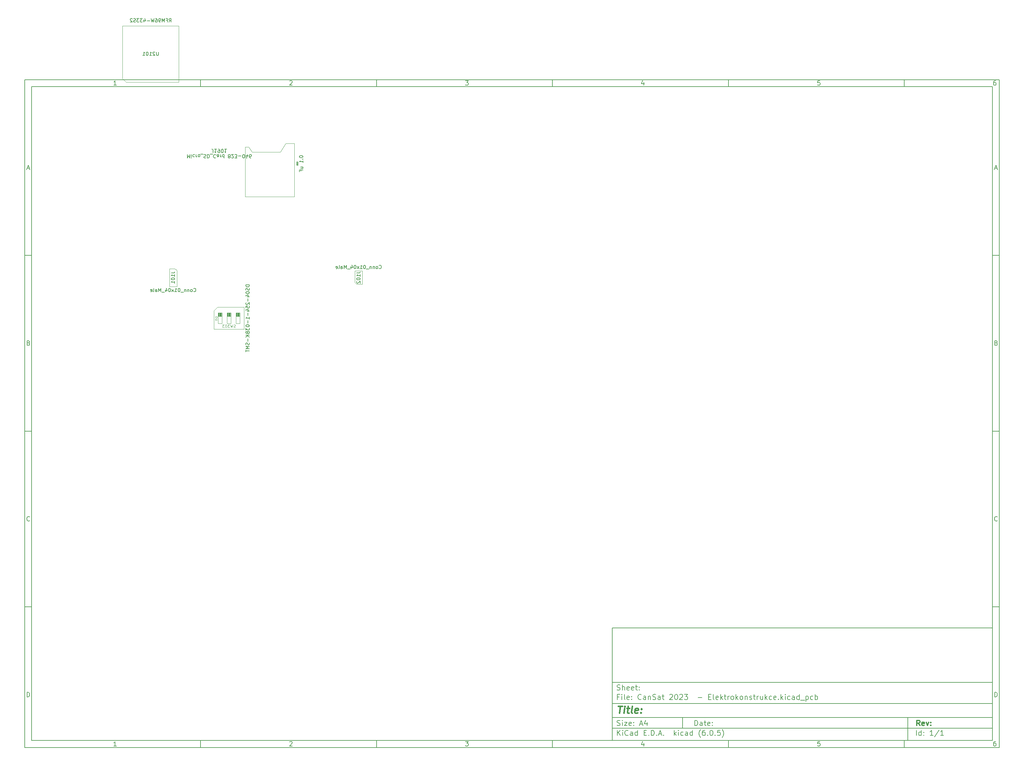
<source format=gbr>
%TF.GenerationSoftware,KiCad,Pcbnew,(6.0.5)*%
%TF.CreationDate,2022-11-07T11:26:13+01:00*%
%TF.ProjectId,CanSat 2023  - Elektrokonstrukce,43616e53-6174-4203-9230-323320202d20,rev?*%
%TF.SameCoordinates,Original*%
%TF.FileFunction,AssemblyDrawing,Bot*%
%FSLAX46Y46*%
G04 Gerber Fmt 4.6, Leading zero omitted, Abs format (unit mm)*
G04 Created by KiCad (PCBNEW (6.0.5)) date 2022-11-07 11:26:13*
%MOMM*%
%LPD*%
G01*
G04 APERTURE LIST*
%ADD10C,0.100000*%
%ADD11C,0.150000*%
%ADD12C,0.300000*%
%ADD13C,0.400000*%
%ADD14C,0.040000*%
%ADD15C,0.120000*%
G04 APERTURE END LIST*
D10*
D11*
X177002200Y-166007200D02*
X177002200Y-198007200D01*
X285002200Y-198007200D01*
X285002200Y-166007200D01*
X177002200Y-166007200D01*
D10*
D11*
X10000000Y-10000000D02*
X10000000Y-200007200D01*
X287002200Y-200007200D01*
X287002200Y-10000000D01*
X10000000Y-10000000D01*
D10*
D11*
X12000000Y-12000000D02*
X12000000Y-198007200D01*
X285002200Y-198007200D01*
X285002200Y-12000000D01*
X12000000Y-12000000D01*
D10*
D11*
X60000000Y-12000000D02*
X60000000Y-10000000D01*
D10*
D11*
X110000000Y-12000000D02*
X110000000Y-10000000D01*
D10*
D11*
X160000000Y-12000000D02*
X160000000Y-10000000D01*
D10*
D11*
X210000000Y-12000000D02*
X210000000Y-10000000D01*
D10*
D11*
X260000000Y-12000000D02*
X260000000Y-10000000D01*
D10*
D11*
X36065476Y-11588095D02*
X35322619Y-11588095D01*
X35694047Y-11588095D02*
X35694047Y-10288095D01*
X35570238Y-10473809D01*
X35446428Y-10597619D01*
X35322619Y-10659523D01*
D10*
D11*
X85322619Y-10411904D02*
X85384523Y-10350000D01*
X85508333Y-10288095D01*
X85817857Y-10288095D01*
X85941666Y-10350000D01*
X86003571Y-10411904D01*
X86065476Y-10535714D01*
X86065476Y-10659523D01*
X86003571Y-10845238D01*
X85260714Y-11588095D01*
X86065476Y-11588095D01*
D10*
D11*
X135260714Y-10288095D02*
X136065476Y-10288095D01*
X135632142Y-10783333D01*
X135817857Y-10783333D01*
X135941666Y-10845238D01*
X136003571Y-10907142D01*
X136065476Y-11030952D01*
X136065476Y-11340476D01*
X136003571Y-11464285D01*
X135941666Y-11526190D01*
X135817857Y-11588095D01*
X135446428Y-11588095D01*
X135322619Y-11526190D01*
X135260714Y-11464285D01*
D10*
D11*
X185941666Y-10721428D02*
X185941666Y-11588095D01*
X185632142Y-10226190D02*
X185322619Y-11154761D01*
X186127380Y-11154761D01*
D10*
D11*
X236003571Y-10288095D02*
X235384523Y-10288095D01*
X235322619Y-10907142D01*
X235384523Y-10845238D01*
X235508333Y-10783333D01*
X235817857Y-10783333D01*
X235941666Y-10845238D01*
X236003571Y-10907142D01*
X236065476Y-11030952D01*
X236065476Y-11340476D01*
X236003571Y-11464285D01*
X235941666Y-11526190D01*
X235817857Y-11588095D01*
X235508333Y-11588095D01*
X235384523Y-11526190D01*
X235322619Y-11464285D01*
D10*
D11*
X285941666Y-10288095D02*
X285694047Y-10288095D01*
X285570238Y-10350000D01*
X285508333Y-10411904D01*
X285384523Y-10597619D01*
X285322619Y-10845238D01*
X285322619Y-11340476D01*
X285384523Y-11464285D01*
X285446428Y-11526190D01*
X285570238Y-11588095D01*
X285817857Y-11588095D01*
X285941666Y-11526190D01*
X286003571Y-11464285D01*
X286065476Y-11340476D01*
X286065476Y-11030952D01*
X286003571Y-10907142D01*
X285941666Y-10845238D01*
X285817857Y-10783333D01*
X285570238Y-10783333D01*
X285446428Y-10845238D01*
X285384523Y-10907142D01*
X285322619Y-11030952D01*
D10*
D11*
X60000000Y-198007200D02*
X60000000Y-200007200D01*
D10*
D11*
X110000000Y-198007200D02*
X110000000Y-200007200D01*
D10*
D11*
X160000000Y-198007200D02*
X160000000Y-200007200D01*
D10*
D11*
X210000000Y-198007200D02*
X210000000Y-200007200D01*
D10*
D11*
X260000000Y-198007200D02*
X260000000Y-200007200D01*
D10*
D11*
X36065476Y-199595295D02*
X35322619Y-199595295D01*
X35694047Y-199595295D02*
X35694047Y-198295295D01*
X35570238Y-198481009D01*
X35446428Y-198604819D01*
X35322619Y-198666723D01*
D10*
D11*
X85322619Y-198419104D02*
X85384523Y-198357200D01*
X85508333Y-198295295D01*
X85817857Y-198295295D01*
X85941666Y-198357200D01*
X86003571Y-198419104D01*
X86065476Y-198542914D01*
X86065476Y-198666723D01*
X86003571Y-198852438D01*
X85260714Y-199595295D01*
X86065476Y-199595295D01*
D10*
D11*
X135260714Y-198295295D02*
X136065476Y-198295295D01*
X135632142Y-198790533D01*
X135817857Y-198790533D01*
X135941666Y-198852438D01*
X136003571Y-198914342D01*
X136065476Y-199038152D01*
X136065476Y-199347676D01*
X136003571Y-199471485D01*
X135941666Y-199533390D01*
X135817857Y-199595295D01*
X135446428Y-199595295D01*
X135322619Y-199533390D01*
X135260714Y-199471485D01*
D10*
D11*
X185941666Y-198728628D02*
X185941666Y-199595295D01*
X185632142Y-198233390D02*
X185322619Y-199161961D01*
X186127380Y-199161961D01*
D10*
D11*
X236003571Y-198295295D02*
X235384523Y-198295295D01*
X235322619Y-198914342D01*
X235384523Y-198852438D01*
X235508333Y-198790533D01*
X235817857Y-198790533D01*
X235941666Y-198852438D01*
X236003571Y-198914342D01*
X236065476Y-199038152D01*
X236065476Y-199347676D01*
X236003571Y-199471485D01*
X235941666Y-199533390D01*
X235817857Y-199595295D01*
X235508333Y-199595295D01*
X235384523Y-199533390D01*
X235322619Y-199471485D01*
D10*
D11*
X285941666Y-198295295D02*
X285694047Y-198295295D01*
X285570238Y-198357200D01*
X285508333Y-198419104D01*
X285384523Y-198604819D01*
X285322619Y-198852438D01*
X285322619Y-199347676D01*
X285384523Y-199471485D01*
X285446428Y-199533390D01*
X285570238Y-199595295D01*
X285817857Y-199595295D01*
X285941666Y-199533390D01*
X286003571Y-199471485D01*
X286065476Y-199347676D01*
X286065476Y-199038152D01*
X286003571Y-198914342D01*
X285941666Y-198852438D01*
X285817857Y-198790533D01*
X285570238Y-198790533D01*
X285446428Y-198852438D01*
X285384523Y-198914342D01*
X285322619Y-199038152D01*
D10*
D11*
X10000000Y-60000000D02*
X12000000Y-60000000D01*
D10*
D11*
X10000000Y-110000000D02*
X12000000Y-110000000D01*
D10*
D11*
X10000000Y-160000000D02*
X12000000Y-160000000D01*
D10*
D11*
X10690476Y-35216666D02*
X11309523Y-35216666D01*
X10566666Y-35588095D02*
X11000000Y-34288095D01*
X11433333Y-35588095D01*
D10*
D11*
X11092857Y-84907142D02*
X11278571Y-84969047D01*
X11340476Y-85030952D01*
X11402380Y-85154761D01*
X11402380Y-85340476D01*
X11340476Y-85464285D01*
X11278571Y-85526190D01*
X11154761Y-85588095D01*
X10659523Y-85588095D01*
X10659523Y-84288095D01*
X11092857Y-84288095D01*
X11216666Y-84350000D01*
X11278571Y-84411904D01*
X11340476Y-84535714D01*
X11340476Y-84659523D01*
X11278571Y-84783333D01*
X11216666Y-84845238D01*
X11092857Y-84907142D01*
X10659523Y-84907142D01*
D10*
D11*
X11402380Y-135464285D02*
X11340476Y-135526190D01*
X11154761Y-135588095D01*
X11030952Y-135588095D01*
X10845238Y-135526190D01*
X10721428Y-135402380D01*
X10659523Y-135278571D01*
X10597619Y-135030952D01*
X10597619Y-134845238D01*
X10659523Y-134597619D01*
X10721428Y-134473809D01*
X10845238Y-134350000D01*
X11030952Y-134288095D01*
X11154761Y-134288095D01*
X11340476Y-134350000D01*
X11402380Y-134411904D01*
D10*
D11*
X10659523Y-185588095D02*
X10659523Y-184288095D01*
X10969047Y-184288095D01*
X11154761Y-184350000D01*
X11278571Y-184473809D01*
X11340476Y-184597619D01*
X11402380Y-184845238D01*
X11402380Y-185030952D01*
X11340476Y-185278571D01*
X11278571Y-185402380D01*
X11154761Y-185526190D01*
X10969047Y-185588095D01*
X10659523Y-185588095D01*
D10*
D11*
X287002200Y-60000000D02*
X285002200Y-60000000D01*
D10*
D11*
X287002200Y-110000000D02*
X285002200Y-110000000D01*
D10*
D11*
X287002200Y-160000000D02*
X285002200Y-160000000D01*
D10*
D11*
X285692676Y-35216666D02*
X286311723Y-35216666D01*
X285568866Y-35588095D02*
X286002200Y-34288095D01*
X286435533Y-35588095D01*
D10*
D11*
X286095057Y-84907142D02*
X286280771Y-84969047D01*
X286342676Y-85030952D01*
X286404580Y-85154761D01*
X286404580Y-85340476D01*
X286342676Y-85464285D01*
X286280771Y-85526190D01*
X286156961Y-85588095D01*
X285661723Y-85588095D01*
X285661723Y-84288095D01*
X286095057Y-84288095D01*
X286218866Y-84350000D01*
X286280771Y-84411904D01*
X286342676Y-84535714D01*
X286342676Y-84659523D01*
X286280771Y-84783333D01*
X286218866Y-84845238D01*
X286095057Y-84907142D01*
X285661723Y-84907142D01*
D10*
D11*
X286404580Y-135464285D02*
X286342676Y-135526190D01*
X286156961Y-135588095D01*
X286033152Y-135588095D01*
X285847438Y-135526190D01*
X285723628Y-135402380D01*
X285661723Y-135278571D01*
X285599819Y-135030952D01*
X285599819Y-134845238D01*
X285661723Y-134597619D01*
X285723628Y-134473809D01*
X285847438Y-134350000D01*
X286033152Y-134288095D01*
X286156961Y-134288095D01*
X286342676Y-134350000D01*
X286404580Y-134411904D01*
D10*
D11*
X285661723Y-185588095D02*
X285661723Y-184288095D01*
X285971247Y-184288095D01*
X286156961Y-184350000D01*
X286280771Y-184473809D01*
X286342676Y-184597619D01*
X286404580Y-184845238D01*
X286404580Y-185030952D01*
X286342676Y-185278571D01*
X286280771Y-185402380D01*
X286156961Y-185526190D01*
X285971247Y-185588095D01*
X285661723Y-185588095D01*
D10*
D11*
X200434342Y-193785771D02*
X200434342Y-192285771D01*
X200791485Y-192285771D01*
X201005771Y-192357200D01*
X201148628Y-192500057D01*
X201220057Y-192642914D01*
X201291485Y-192928628D01*
X201291485Y-193142914D01*
X201220057Y-193428628D01*
X201148628Y-193571485D01*
X201005771Y-193714342D01*
X200791485Y-193785771D01*
X200434342Y-193785771D01*
X202577200Y-193785771D02*
X202577200Y-193000057D01*
X202505771Y-192857200D01*
X202362914Y-192785771D01*
X202077200Y-192785771D01*
X201934342Y-192857200D01*
X202577200Y-193714342D02*
X202434342Y-193785771D01*
X202077200Y-193785771D01*
X201934342Y-193714342D01*
X201862914Y-193571485D01*
X201862914Y-193428628D01*
X201934342Y-193285771D01*
X202077200Y-193214342D01*
X202434342Y-193214342D01*
X202577200Y-193142914D01*
X203077200Y-192785771D02*
X203648628Y-192785771D01*
X203291485Y-192285771D02*
X203291485Y-193571485D01*
X203362914Y-193714342D01*
X203505771Y-193785771D01*
X203648628Y-193785771D01*
X204720057Y-193714342D02*
X204577200Y-193785771D01*
X204291485Y-193785771D01*
X204148628Y-193714342D01*
X204077200Y-193571485D01*
X204077200Y-193000057D01*
X204148628Y-192857200D01*
X204291485Y-192785771D01*
X204577200Y-192785771D01*
X204720057Y-192857200D01*
X204791485Y-193000057D01*
X204791485Y-193142914D01*
X204077200Y-193285771D01*
X205434342Y-193642914D02*
X205505771Y-193714342D01*
X205434342Y-193785771D01*
X205362914Y-193714342D01*
X205434342Y-193642914D01*
X205434342Y-193785771D01*
X205434342Y-192857200D02*
X205505771Y-192928628D01*
X205434342Y-193000057D01*
X205362914Y-192928628D01*
X205434342Y-192857200D01*
X205434342Y-193000057D01*
D10*
D11*
X177002200Y-194507200D02*
X285002200Y-194507200D01*
D10*
D11*
X178434342Y-196585771D02*
X178434342Y-195085771D01*
X179291485Y-196585771D02*
X178648628Y-195728628D01*
X179291485Y-195085771D02*
X178434342Y-195942914D01*
X179934342Y-196585771D02*
X179934342Y-195585771D01*
X179934342Y-195085771D02*
X179862914Y-195157200D01*
X179934342Y-195228628D01*
X180005771Y-195157200D01*
X179934342Y-195085771D01*
X179934342Y-195228628D01*
X181505771Y-196442914D02*
X181434342Y-196514342D01*
X181220057Y-196585771D01*
X181077200Y-196585771D01*
X180862914Y-196514342D01*
X180720057Y-196371485D01*
X180648628Y-196228628D01*
X180577200Y-195942914D01*
X180577200Y-195728628D01*
X180648628Y-195442914D01*
X180720057Y-195300057D01*
X180862914Y-195157200D01*
X181077200Y-195085771D01*
X181220057Y-195085771D01*
X181434342Y-195157200D01*
X181505771Y-195228628D01*
X182791485Y-196585771D02*
X182791485Y-195800057D01*
X182720057Y-195657200D01*
X182577200Y-195585771D01*
X182291485Y-195585771D01*
X182148628Y-195657200D01*
X182791485Y-196514342D02*
X182648628Y-196585771D01*
X182291485Y-196585771D01*
X182148628Y-196514342D01*
X182077200Y-196371485D01*
X182077200Y-196228628D01*
X182148628Y-196085771D01*
X182291485Y-196014342D01*
X182648628Y-196014342D01*
X182791485Y-195942914D01*
X184148628Y-196585771D02*
X184148628Y-195085771D01*
X184148628Y-196514342D02*
X184005771Y-196585771D01*
X183720057Y-196585771D01*
X183577200Y-196514342D01*
X183505771Y-196442914D01*
X183434342Y-196300057D01*
X183434342Y-195871485D01*
X183505771Y-195728628D01*
X183577200Y-195657200D01*
X183720057Y-195585771D01*
X184005771Y-195585771D01*
X184148628Y-195657200D01*
X186005771Y-195800057D02*
X186505771Y-195800057D01*
X186720057Y-196585771D02*
X186005771Y-196585771D01*
X186005771Y-195085771D01*
X186720057Y-195085771D01*
X187362914Y-196442914D02*
X187434342Y-196514342D01*
X187362914Y-196585771D01*
X187291485Y-196514342D01*
X187362914Y-196442914D01*
X187362914Y-196585771D01*
X188077200Y-196585771D02*
X188077200Y-195085771D01*
X188434342Y-195085771D01*
X188648628Y-195157200D01*
X188791485Y-195300057D01*
X188862914Y-195442914D01*
X188934342Y-195728628D01*
X188934342Y-195942914D01*
X188862914Y-196228628D01*
X188791485Y-196371485D01*
X188648628Y-196514342D01*
X188434342Y-196585771D01*
X188077200Y-196585771D01*
X189577200Y-196442914D02*
X189648628Y-196514342D01*
X189577200Y-196585771D01*
X189505771Y-196514342D01*
X189577200Y-196442914D01*
X189577200Y-196585771D01*
X190220057Y-196157200D02*
X190934342Y-196157200D01*
X190077200Y-196585771D02*
X190577200Y-195085771D01*
X191077200Y-196585771D01*
X191577200Y-196442914D02*
X191648628Y-196514342D01*
X191577200Y-196585771D01*
X191505771Y-196514342D01*
X191577200Y-196442914D01*
X191577200Y-196585771D01*
X194577200Y-196585771D02*
X194577200Y-195085771D01*
X194720057Y-196014342D02*
X195148628Y-196585771D01*
X195148628Y-195585771D02*
X194577200Y-196157200D01*
X195791485Y-196585771D02*
X195791485Y-195585771D01*
X195791485Y-195085771D02*
X195720057Y-195157200D01*
X195791485Y-195228628D01*
X195862914Y-195157200D01*
X195791485Y-195085771D01*
X195791485Y-195228628D01*
X197148628Y-196514342D02*
X197005771Y-196585771D01*
X196720057Y-196585771D01*
X196577200Y-196514342D01*
X196505771Y-196442914D01*
X196434342Y-196300057D01*
X196434342Y-195871485D01*
X196505771Y-195728628D01*
X196577200Y-195657200D01*
X196720057Y-195585771D01*
X197005771Y-195585771D01*
X197148628Y-195657200D01*
X198434342Y-196585771D02*
X198434342Y-195800057D01*
X198362914Y-195657200D01*
X198220057Y-195585771D01*
X197934342Y-195585771D01*
X197791485Y-195657200D01*
X198434342Y-196514342D02*
X198291485Y-196585771D01*
X197934342Y-196585771D01*
X197791485Y-196514342D01*
X197720057Y-196371485D01*
X197720057Y-196228628D01*
X197791485Y-196085771D01*
X197934342Y-196014342D01*
X198291485Y-196014342D01*
X198434342Y-195942914D01*
X199791485Y-196585771D02*
X199791485Y-195085771D01*
X199791485Y-196514342D02*
X199648628Y-196585771D01*
X199362914Y-196585771D01*
X199220057Y-196514342D01*
X199148628Y-196442914D01*
X199077200Y-196300057D01*
X199077200Y-195871485D01*
X199148628Y-195728628D01*
X199220057Y-195657200D01*
X199362914Y-195585771D01*
X199648628Y-195585771D01*
X199791485Y-195657200D01*
X202077200Y-197157200D02*
X202005771Y-197085771D01*
X201862914Y-196871485D01*
X201791485Y-196728628D01*
X201720057Y-196514342D01*
X201648628Y-196157200D01*
X201648628Y-195871485D01*
X201720057Y-195514342D01*
X201791485Y-195300057D01*
X201862914Y-195157200D01*
X202005771Y-194942914D01*
X202077200Y-194871485D01*
X203291485Y-195085771D02*
X203005771Y-195085771D01*
X202862914Y-195157200D01*
X202791485Y-195228628D01*
X202648628Y-195442914D01*
X202577200Y-195728628D01*
X202577200Y-196300057D01*
X202648628Y-196442914D01*
X202720057Y-196514342D01*
X202862914Y-196585771D01*
X203148628Y-196585771D01*
X203291485Y-196514342D01*
X203362914Y-196442914D01*
X203434342Y-196300057D01*
X203434342Y-195942914D01*
X203362914Y-195800057D01*
X203291485Y-195728628D01*
X203148628Y-195657200D01*
X202862914Y-195657200D01*
X202720057Y-195728628D01*
X202648628Y-195800057D01*
X202577200Y-195942914D01*
X204077200Y-196442914D02*
X204148628Y-196514342D01*
X204077200Y-196585771D01*
X204005771Y-196514342D01*
X204077200Y-196442914D01*
X204077200Y-196585771D01*
X205077200Y-195085771D02*
X205220057Y-195085771D01*
X205362914Y-195157200D01*
X205434342Y-195228628D01*
X205505771Y-195371485D01*
X205577200Y-195657200D01*
X205577200Y-196014342D01*
X205505771Y-196300057D01*
X205434342Y-196442914D01*
X205362914Y-196514342D01*
X205220057Y-196585771D01*
X205077200Y-196585771D01*
X204934342Y-196514342D01*
X204862914Y-196442914D01*
X204791485Y-196300057D01*
X204720057Y-196014342D01*
X204720057Y-195657200D01*
X204791485Y-195371485D01*
X204862914Y-195228628D01*
X204934342Y-195157200D01*
X205077200Y-195085771D01*
X206220057Y-196442914D02*
X206291485Y-196514342D01*
X206220057Y-196585771D01*
X206148628Y-196514342D01*
X206220057Y-196442914D01*
X206220057Y-196585771D01*
X207648628Y-195085771D02*
X206934342Y-195085771D01*
X206862914Y-195800057D01*
X206934342Y-195728628D01*
X207077200Y-195657200D01*
X207434342Y-195657200D01*
X207577200Y-195728628D01*
X207648628Y-195800057D01*
X207720057Y-195942914D01*
X207720057Y-196300057D01*
X207648628Y-196442914D01*
X207577200Y-196514342D01*
X207434342Y-196585771D01*
X207077200Y-196585771D01*
X206934342Y-196514342D01*
X206862914Y-196442914D01*
X208220057Y-197157200D02*
X208291485Y-197085771D01*
X208434342Y-196871485D01*
X208505771Y-196728628D01*
X208577200Y-196514342D01*
X208648628Y-196157200D01*
X208648628Y-195871485D01*
X208577200Y-195514342D01*
X208505771Y-195300057D01*
X208434342Y-195157200D01*
X208291485Y-194942914D01*
X208220057Y-194871485D01*
D10*
D11*
X177002200Y-191507200D02*
X285002200Y-191507200D01*
D10*
D12*
X264411485Y-193785771D02*
X263911485Y-193071485D01*
X263554342Y-193785771D02*
X263554342Y-192285771D01*
X264125771Y-192285771D01*
X264268628Y-192357200D01*
X264340057Y-192428628D01*
X264411485Y-192571485D01*
X264411485Y-192785771D01*
X264340057Y-192928628D01*
X264268628Y-193000057D01*
X264125771Y-193071485D01*
X263554342Y-193071485D01*
X265625771Y-193714342D02*
X265482914Y-193785771D01*
X265197200Y-193785771D01*
X265054342Y-193714342D01*
X264982914Y-193571485D01*
X264982914Y-193000057D01*
X265054342Y-192857200D01*
X265197200Y-192785771D01*
X265482914Y-192785771D01*
X265625771Y-192857200D01*
X265697200Y-193000057D01*
X265697200Y-193142914D01*
X264982914Y-193285771D01*
X266197200Y-192785771D02*
X266554342Y-193785771D01*
X266911485Y-192785771D01*
X267482914Y-193642914D02*
X267554342Y-193714342D01*
X267482914Y-193785771D01*
X267411485Y-193714342D01*
X267482914Y-193642914D01*
X267482914Y-193785771D01*
X267482914Y-192857200D02*
X267554342Y-192928628D01*
X267482914Y-193000057D01*
X267411485Y-192928628D01*
X267482914Y-192857200D01*
X267482914Y-193000057D01*
D10*
D11*
X178362914Y-193714342D02*
X178577200Y-193785771D01*
X178934342Y-193785771D01*
X179077200Y-193714342D01*
X179148628Y-193642914D01*
X179220057Y-193500057D01*
X179220057Y-193357200D01*
X179148628Y-193214342D01*
X179077200Y-193142914D01*
X178934342Y-193071485D01*
X178648628Y-193000057D01*
X178505771Y-192928628D01*
X178434342Y-192857200D01*
X178362914Y-192714342D01*
X178362914Y-192571485D01*
X178434342Y-192428628D01*
X178505771Y-192357200D01*
X178648628Y-192285771D01*
X179005771Y-192285771D01*
X179220057Y-192357200D01*
X179862914Y-193785771D02*
X179862914Y-192785771D01*
X179862914Y-192285771D02*
X179791485Y-192357200D01*
X179862914Y-192428628D01*
X179934342Y-192357200D01*
X179862914Y-192285771D01*
X179862914Y-192428628D01*
X180434342Y-192785771D02*
X181220057Y-192785771D01*
X180434342Y-193785771D01*
X181220057Y-193785771D01*
X182362914Y-193714342D02*
X182220057Y-193785771D01*
X181934342Y-193785771D01*
X181791485Y-193714342D01*
X181720057Y-193571485D01*
X181720057Y-193000057D01*
X181791485Y-192857200D01*
X181934342Y-192785771D01*
X182220057Y-192785771D01*
X182362914Y-192857200D01*
X182434342Y-193000057D01*
X182434342Y-193142914D01*
X181720057Y-193285771D01*
X183077200Y-193642914D02*
X183148628Y-193714342D01*
X183077200Y-193785771D01*
X183005771Y-193714342D01*
X183077200Y-193642914D01*
X183077200Y-193785771D01*
X183077200Y-192857200D02*
X183148628Y-192928628D01*
X183077200Y-193000057D01*
X183005771Y-192928628D01*
X183077200Y-192857200D01*
X183077200Y-193000057D01*
X184862914Y-193357200D02*
X185577200Y-193357200D01*
X184720057Y-193785771D02*
X185220057Y-192285771D01*
X185720057Y-193785771D01*
X186862914Y-192785771D02*
X186862914Y-193785771D01*
X186505771Y-192214342D02*
X186148628Y-193285771D01*
X187077200Y-193285771D01*
D10*
D11*
X263434342Y-196585771D02*
X263434342Y-195085771D01*
X264791485Y-196585771D02*
X264791485Y-195085771D01*
X264791485Y-196514342D02*
X264648628Y-196585771D01*
X264362914Y-196585771D01*
X264220057Y-196514342D01*
X264148628Y-196442914D01*
X264077200Y-196300057D01*
X264077200Y-195871485D01*
X264148628Y-195728628D01*
X264220057Y-195657200D01*
X264362914Y-195585771D01*
X264648628Y-195585771D01*
X264791485Y-195657200D01*
X265505771Y-196442914D02*
X265577200Y-196514342D01*
X265505771Y-196585771D01*
X265434342Y-196514342D01*
X265505771Y-196442914D01*
X265505771Y-196585771D01*
X265505771Y-195657200D02*
X265577200Y-195728628D01*
X265505771Y-195800057D01*
X265434342Y-195728628D01*
X265505771Y-195657200D01*
X265505771Y-195800057D01*
X268148628Y-196585771D02*
X267291485Y-196585771D01*
X267720057Y-196585771D02*
X267720057Y-195085771D01*
X267577200Y-195300057D01*
X267434342Y-195442914D01*
X267291485Y-195514342D01*
X269862914Y-195014342D02*
X268577200Y-196942914D01*
X271148628Y-196585771D02*
X270291485Y-196585771D01*
X270720057Y-196585771D02*
X270720057Y-195085771D01*
X270577200Y-195300057D01*
X270434342Y-195442914D01*
X270291485Y-195514342D01*
D10*
D11*
X177002200Y-187507200D02*
X285002200Y-187507200D01*
D10*
D13*
X178714580Y-188211961D02*
X179857438Y-188211961D01*
X179036009Y-190211961D02*
X179286009Y-188211961D01*
X180274104Y-190211961D02*
X180440771Y-188878628D01*
X180524104Y-188211961D02*
X180416961Y-188307200D01*
X180500295Y-188402438D01*
X180607438Y-188307200D01*
X180524104Y-188211961D01*
X180500295Y-188402438D01*
X181107438Y-188878628D02*
X181869342Y-188878628D01*
X181476485Y-188211961D02*
X181262200Y-189926247D01*
X181333628Y-190116723D01*
X181512200Y-190211961D01*
X181702676Y-190211961D01*
X182655057Y-190211961D02*
X182476485Y-190116723D01*
X182405057Y-189926247D01*
X182619342Y-188211961D01*
X184190771Y-190116723D02*
X183988390Y-190211961D01*
X183607438Y-190211961D01*
X183428866Y-190116723D01*
X183357438Y-189926247D01*
X183452676Y-189164342D01*
X183571723Y-188973866D01*
X183774104Y-188878628D01*
X184155057Y-188878628D01*
X184333628Y-188973866D01*
X184405057Y-189164342D01*
X184381247Y-189354819D01*
X183405057Y-189545295D01*
X185155057Y-190021485D02*
X185238390Y-190116723D01*
X185131247Y-190211961D01*
X185047914Y-190116723D01*
X185155057Y-190021485D01*
X185131247Y-190211961D01*
X185286009Y-188973866D02*
X185369342Y-189069104D01*
X185262200Y-189164342D01*
X185178866Y-189069104D01*
X185286009Y-188973866D01*
X185262200Y-189164342D01*
D10*
D11*
X178934342Y-185600057D02*
X178434342Y-185600057D01*
X178434342Y-186385771D02*
X178434342Y-184885771D01*
X179148628Y-184885771D01*
X179720057Y-186385771D02*
X179720057Y-185385771D01*
X179720057Y-184885771D02*
X179648628Y-184957200D01*
X179720057Y-185028628D01*
X179791485Y-184957200D01*
X179720057Y-184885771D01*
X179720057Y-185028628D01*
X180648628Y-186385771D02*
X180505771Y-186314342D01*
X180434342Y-186171485D01*
X180434342Y-184885771D01*
X181791485Y-186314342D02*
X181648628Y-186385771D01*
X181362914Y-186385771D01*
X181220057Y-186314342D01*
X181148628Y-186171485D01*
X181148628Y-185600057D01*
X181220057Y-185457200D01*
X181362914Y-185385771D01*
X181648628Y-185385771D01*
X181791485Y-185457200D01*
X181862914Y-185600057D01*
X181862914Y-185742914D01*
X181148628Y-185885771D01*
X182505771Y-186242914D02*
X182577200Y-186314342D01*
X182505771Y-186385771D01*
X182434342Y-186314342D01*
X182505771Y-186242914D01*
X182505771Y-186385771D01*
X182505771Y-185457200D02*
X182577200Y-185528628D01*
X182505771Y-185600057D01*
X182434342Y-185528628D01*
X182505771Y-185457200D01*
X182505771Y-185600057D01*
X185220057Y-186242914D02*
X185148628Y-186314342D01*
X184934342Y-186385771D01*
X184791485Y-186385771D01*
X184577200Y-186314342D01*
X184434342Y-186171485D01*
X184362914Y-186028628D01*
X184291485Y-185742914D01*
X184291485Y-185528628D01*
X184362914Y-185242914D01*
X184434342Y-185100057D01*
X184577200Y-184957200D01*
X184791485Y-184885771D01*
X184934342Y-184885771D01*
X185148628Y-184957200D01*
X185220057Y-185028628D01*
X186505771Y-186385771D02*
X186505771Y-185600057D01*
X186434342Y-185457200D01*
X186291485Y-185385771D01*
X186005771Y-185385771D01*
X185862914Y-185457200D01*
X186505771Y-186314342D02*
X186362914Y-186385771D01*
X186005771Y-186385771D01*
X185862914Y-186314342D01*
X185791485Y-186171485D01*
X185791485Y-186028628D01*
X185862914Y-185885771D01*
X186005771Y-185814342D01*
X186362914Y-185814342D01*
X186505771Y-185742914D01*
X187220057Y-185385771D02*
X187220057Y-186385771D01*
X187220057Y-185528628D02*
X187291485Y-185457200D01*
X187434342Y-185385771D01*
X187648628Y-185385771D01*
X187791485Y-185457200D01*
X187862914Y-185600057D01*
X187862914Y-186385771D01*
X188505771Y-186314342D02*
X188720057Y-186385771D01*
X189077200Y-186385771D01*
X189220057Y-186314342D01*
X189291485Y-186242914D01*
X189362914Y-186100057D01*
X189362914Y-185957200D01*
X189291485Y-185814342D01*
X189220057Y-185742914D01*
X189077200Y-185671485D01*
X188791485Y-185600057D01*
X188648628Y-185528628D01*
X188577200Y-185457200D01*
X188505771Y-185314342D01*
X188505771Y-185171485D01*
X188577200Y-185028628D01*
X188648628Y-184957200D01*
X188791485Y-184885771D01*
X189148628Y-184885771D01*
X189362914Y-184957200D01*
X190648628Y-186385771D02*
X190648628Y-185600057D01*
X190577200Y-185457200D01*
X190434342Y-185385771D01*
X190148628Y-185385771D01*
X190005771Y-185457200D01*
X190648628Y-186314342D02*
X190505771Y-186385771D01*
X190148628Y-186385771D01*
X190005771Y-186314342D01*
X189934342Y-186171485D01*
X189934342Y-186028628D01*
X190005771Y-185885771D01*
X190148628Y-185814342D01*
X190505771Y-185814342D01*
X190648628Y-185742914D01*
X191148628Y-185385771D02*
X191720057Y-185385771D01*
X191362914Y-184885771D02*
X191362914Y-186171485D01*
X191434342Y-186314342D01*
X191577200Y-186385771D01*
X191720057Y-186385771D01*
X193291485Y-185028628D02*
X193362914Y-184957200D01*
X193505771Y-184885771D01*
X193862914Y-184885771D01*
X194005771Y-184957200D01*
X194077200Y-185028628D01*
X194148628Y-185171485D01*
X194148628Y-185314342D01*
X194077200Y-185528628D01*
X193220057Y-186385771D01*
X194148628Y-186385771D01*
X195077200Y-184885771D02*
X195220057Y-184885771D01*
X195362914Y-184957200D01*
X195434342Y-185028628D01*
X195505771Y-185171485D01*
X195577200Y-185457200D01*
X195577200Y-185814342D01*
X195505771Y-186100057D01*
X195434342Y-186242914D01*
X195362914Y-186314342D01*
X195220057Y-186385771D01*
X195077200Y-186385771D01*
X194934342Y-186314342D01*
X194862914Y-186242914D01*
X194791485Y-186100057D01*
X194720057Y-185814342D01*
X194720057Y-185457200D01*
X194791485Y-185171485D01*
X194862914Y-185028628D01*
X194934342Y-184957200D01*
X195077200Y-184885771D01*
X196148628Y-185028628D02*
X196220057Y-184957200D01*
X196362914Y-184885771D01*
X196720057Y-184885771D01*
X196862914Y-184957200D01*
X196934342Y-185028628D01*
X197005771Y-185171485D01*
X197005771Y-185314342D01*
X196934342Y-185528628D01*
X196077200Y-186385771D01*
X197005771Y-186385771D01*
X197505771Y-184885771D02*
X198434342Y-184885771D01*
X197934342Y-185457200D01*
X198148628Y-185457200D01*
X198291485Y-185528628D01*
X198362914Y-185600057D01*
X198434342Y-185742914D01*
X198434342Y-186100057D01*
X198362914Y-186242914D01*
X198291485Y-186314342D01*
X198148628Y-186385771D01*
X197720057Y-186385771D01*
X197577200Y-186314342D01*
X197505771Y-186242914D01*
X201362914Y-185814342D02*
X202505771Y-185814342D01*
X204362914Y-185600057D02*
X204862914Y-185600057D01*
X205077200Y-186385771D02*
X204362914Y-186385771D01*
X204362914Y-184885771D01*
X205077200Y-184885771D01*
X205934342Y-186385771D02*
X205791485Y-186314342D01*
X205720057Y-186171485D01*
X205720057Y-184885771D01*
X207077200Y-186314342D02*
X206934342Y-186385771D01*
X206648628Y-186385771D01*
X206505771Y-186314342D01*
X206434342Y-186171485D01*
X206434342Y-185600057D01*
X206505771Y-185457200D01*
X206648628Y-185385771D01*
X206934342Y-185385771D01*
X207077200Y-185457200D01*
X207148628Y-185600057D01*
X207148628Y-185742914D01*
X206434342Y-185885771D01*
X207791485Y-186385771D02*
X207791485Y-184885771D01*
X207934342Y-185814342D02*
X208362914Y-186385771D01*
X208362914Y-185385771D02*
X207791485Y-185957200D01*
X208791485Y-185385771D02*
X209362914Y-185385771D01*
X209005771Y-184885771D02*
X209005771Y-186171485D01*
X209077200Y-186314342D01*
X209220057Y-186385771D01*
X209362914Y-186385771D01*
X209862914Y-186385771D02*
X209862914Y-185385771D01*
X209862914Y-185671485D02*
X209934342Y-185528628D01*
X210005771Y-185457200D01*
X210148628Y-185385771D01*
X210291485Y-185385771D01*
X211005771Y-186385771D02*
X210862914Y-186314342D01*
X210791485Y-186242914D01*
X210720057Y-186100057D01*
X210720057Y-185671485D01*
X210791485Y-185528628D01*
X210862914Y-185457200D01*
X211005771Y-185385771D01*
X211220057Y-185385771D01*
X211362914Y-185457200D01*
X211434342Y-185528628D01*
X211505771Y-185671485D01*
X211505771Y-186100057D01*
X211434342Y-186242914D01*
X211362914Y-186314342D01*
X211220057Y-186385771D01*
X211005771Y-186385771D01*
X212148628Y-186385771D02*
X212148628Y-184885771D01*
X212291485Y-185814342D02*
X212720057Y-186385771D01*
X212720057Y-185385771D02*
X212148628Y-185957200D01*
X213577200Y-186385771D02*
X213434342Y-186314342D01*
X213362914Y-186242914D01*
X213291485Y-186100057D01*
X213291485Y-185671485D01*
X213362914Y-185528628D01*
X213434342Y-185457200D01*
X213577200Y-185385771D01*
X213791485Y-185385771D01*
X213934342Y-185457200D01*
X214005771Y-185528628D01*
X214077200Y-185671485D01*
X214077200Y-186100057D01*
X214005771Y-186242914D01*
X213934342Y-186314342D01*
X213791485Y-186385771D01*
X213577200Y-186385771D01*
X214720057Y-185385771D02*
X214720057Y-186385771D01*
X214720057Y-185528628D02*
X214791485Y-185457200D01*
X214934342Y-185385771D01*
X215148628Y-185385771D01*
X215291485Y-185457200D01*
X215362914Y-185600057D01*
X215362914Y-186385771D01*
X216005771Y-186314342D02*
X216148628Y-186385771D01*
X216434342Y-186385771D01*
X216577200Y-186314342D01*
X216648628Y-186171485D01*
X216648628Y-186100057D01*
X216577200Y-185957200D01*
X216434342Y-185885771D01*
X216220057Y-185885771D01*
X216077200Y-185814342D01*
X216005771Y-185671485D01*
X216005771Y-185600057D01*
X216077200Y-185457200D01*
X216220057Y-185385771D01*
X216434342Y-185385771D01*
X216577200Y-185457200D01*
X217077200Y-185385771D02*
X217648628Y-185385771D01*
X217291485Y-184885771D02*
X217291485Y-186171485D01*
X217362914Y-186314342D01*
X217505771Y-186385771D01*
X217648628Y-186385771D01*
X218148628Y-186385771D02*
X218148628Y-185385771D01*
X218148628Y-185671485D02*
X218220057Y-185528628D01*
X218291485Y-185457200D01*
X218434342Y-185385771D01*
X218577200Y-185385771D01*
X219720057Y-185385771D02*
X219720057Y-186385771D01*
X219077200Y-185385771D02*
X219077200Y-186171485D01*
X219148628Y-186314342D01*
X219291485Y-186385771D01*
X219505771Y-186385771D01*
X219648628Y-186314342D01*
X219720057Y-186242914D01*
X220434342Y-186385771D02*
X220434342Y-184885771D01*
X220577200Y-185814342D02*
X221005771Y-186385771D01*
X221005771Y-185385771D02*
X220434342Y-185957200D01*
X222291485Y-186314342D02*
X222148628Y-186385771D01*
X221862914Y-186385771D01*
X221720057Y-186314342D01*
X221648628Y-186242914D01*
X221577200Y-186100057D01*
X221577200Y-185671485D01*
X221648628Y-185528628D01*
X221720057Y-185457200D01*
X221862914Y-185385771D01*
X222148628Y-185385771D01*
X222291485Y-185457200D01*
X223505771Y-186314342D02*
X223362914Y-186385771D01*
X223077200Y-186385771D01*
X222934342Y-186314342D01*
X222862914Y-186171485D01*
X222862914Y-185600057D01*
X222934342Y-185457200D01*
X223077200Y-185385771D01*
X223362914Y-185385771D01*
X223505771Y-185457200D01*
X223577200Y-185600057D01*
X223577200Y-185742914D01*
X222862914Y-185885771D01*
X224220057Y-186242914D02*
X224291485Y-186314342D01*
X224220057Y-186385771D01*
X224148628Y-186314342D01*
X224220057Y-186242914D01*
X224220057Y-186385771D01*
X224934342Y-186385771D02*
X224934342Y-184885771D01*
X225077200Y-185814342D02*
X225505771Y-186385771D01*
X225505771Y-185385771D02*
X224934342Y-185957200D01*
X226148628Y-186385771D02*
X226148628Y-185385771D01*
X226148628Y-184885771D02*
X226077200Y-184957200D01*
X226148628Y-185028628D01*
X226220057Y-184957200D01*
X226148628Y-184885771D01*
X226148628Y-185028628D01*
X227505771Y-186314342D02*
X227362914Y-186385771D01*
X227077200Y-186385771D01*
X226934342Y-186314342D01*
X226862914Y-186242914D01*
X226791485Y-186100057D01*
X226791485Y-185671485D01*
X226862914Y-185528628D01*
X226934342Y-185457200D01*
X227077200Y-185385771D01*
X227362914Y-185385771D01*
X227505771Y-185457200D01*
X228791485Y-186385771D02*
X228791485Y-185600057D01*
X228720057Y-185457200D01*
X228577200Y-185385771D01*
X228291485Y-185385771D01*
X228148628Y-185457200D01*
X228791485Y-186314342D02*
X228648628Y-186385771D01*
X228291485Y-186385771D01*
X228148628Y-186314342D01*
X228077200Y-186171485D01*
X228077200Y-186028628D01*
X228148628Y-185885771D01*
X228291485Y-185814342D01*
X228648628Y-185814342D01*
X228791485Y-185742914D01*
X230148628Y-186385771D02*
X230148628Y-184885771D01*
X230148628Y-186314342D02*
X230005771Y-186385771D01*
X229720057Y-186385771D01*
X229577200Y-186314342D01*
X229505771Y-186242914D01*
X229434342Y-186100057D01*
X229434342Y-185671485D01*
X229505771Y-185528628D01*
X229577200Y-185457200D01*
X229720057Y-185385771D01*
X230005771Y-185385771D01*
X230148628Y-185457200D01*
X230505771Y-186528628D02*
X231648628Y-186528628D01*
X232005771Y-185385771D02*
X232005771Y-186885771D01*
X232005771Y-185457200D02*
X232148628Y-185385771D01*
X232434342Y-185385771D01*
X232577200Y-185457200D01*
X232648628Y-185528628D01*
X232720057Y-185671485D01*
X232720057Y-186100057D01*
X232648628Y-186242914D01*
X232577200Y-186314342D01*
X232434342Y-186385771D01*
X232148628Y-186385771D01*
X232005771Y-186314342D01*
X234005771Y-186314342D02*
X233862914Y-186385771D01*
X233577200Y-186385771D01*
X233434342Y-186314342D01*
X233362914Y-186242914D01*
X233291485Y-186100057D01*
X233291485Y-185671485D01*
X233362914Y-185528628D01*
X233434342Y-185457200D01*
X233577200Y-185385771D01*
X233862914Y-185385771D01*
X234005771Y-185457200D01*
X234648628Y-186385771D02*
X234648628Y-184885771D01*
X234648628Y-185457200D02*
X234791485Y-185385771D01*
X235077200Y-185385771D01*
X235220057Y-185457200D01*
X235291485Y-185528628D01*
X235362914Y-185671485D01*
X235362914Y-186100057D01*
X235291485Y-186242914D01*
X235220057Y-186314342D01*
X235077200Y-186385771D01*
X234791485Y-186385771D01*
X234648628Y-186314342D01*
D10*
D11*
X177002200Y-181507200D02*
X285002200Y-181507200D01*
D10*
D11*
X178362914Y-183614342D02*
X178577200Y-183685771D01*
X178934342Y-183685771D01*
X179077200Y-183614342D01*
X179148628Y-183542914D01*
X179220057Y-183400057D01*
X179220057Y-183257200D01*
X179148628Y-183114342D01*
X179077200Y-183042914D01*
X178934342Y-182971485D01*
X178648628Y-182900057D01*
X178505771Y-182828628D01*
X178434342Y-182757200D01*
X178362914Y-182614342D01*
X178362914Y-182471485D01*
X178434342Y-182328628D01*
X178505771Y-182257200D01*
X178648628Y-182185771D01*
X179005771Y-182185771D01*
X179220057Y-182257200D01*
X179862914Y-183685771D02*
X179862914Y-182185771D01*
X180505771Y-183685771D02*
X180505771Y-182900057D01*
X180434342Y-182757200D01*
X180291485Y-182685771D01*
X180077200Y-182685771D01*
X179934342Y-182757200D01*
X179862914Y-182828628D01*
X181791485Y-183614342D02*
X181648628Y-183685771D01*
X181362914Y-183685771D01*
X181220057Y-183614342D01*
X181148628Y-183471485D01*
X181148628Y-182900057D01*
X181220057Y-182757200D01*
X181362914Y-182685771D01*
X181648628Y-182685771D01*
X181791485Y-182757200D01*
X181862914Y-182900057D01*
X181862914Y-183042914D01*
X181148628Y-183185771D01*
X183077200Y-183614342D02*
X182934342Y-183685771D01*
X182648628Y-183685771D01*
X182505771Y-183614342D01*
X182434342Y-183471485D01*
X182434342Y-182900057D01*
X182505771Y-182757200D01*
X182648628Y-182685771D01*
X182934342Y-182685771D01*
X183077200Y-182757200D01*
X183148628Y-182900057D01*
X183148628Y-183042914D01*
X182434342Y-183185771D01*
X183577200Y-182685771D02*
X184148628Y-182685771D01*
X183791485Y-182185771D02*
X183791485Y-183471485D01*
X183862914Y-183614342D01*
X184005771Y-183685771D01*
X184148628Y-183685771D01*
X184648628Y-183542914D02*
X184720057Y-183614342D01*
X184648628Y-183685771D01*
X184577200Y-183614342D01*
X184648628Y-183542914D01*
X184648628Y-183685771D01*
X184648628Y-182757200D02*
X184720057Y-182828628D01*
X184648628Y-182900057D01*
X184577200Y-182828628D01*
X184648628Y-182757200D01*
X184648628Y-182900057D01*
D10*
D12*
D10*
D11*
D10*
D11*
D10*
D11*
D10*
D11*
D10*
D11*
X197002200Y-191507200D02*
X197002200Y-194507200D01*
D10*
D11*
X261002200Y-191507200D02*
X261002200Y-198007200D01*
%TO.C,J1901*%
X56228571Y-31297619D02*
X56228571Y-32297619D01*
X56561904Y-31583333D01*
X56895238Y-32297619D01*
X56895238Y-31297619D01*
X57371428Y-31297619D02*
X57371428Y-31964285D01*
X57371428Y-32297619D02*
X57323809Y-32250000D01*
X57371428Y-32202380D01*
X57419047Y-32250000D01*
X57371428Y-32297619D01*
X57371428Y-32202380D01*
X58276190Y-31345238D02*
X58180952Y-31297619D01*
X57990476Y-31297619D01*
X57895238Y-31345238D01*
X57847619Y-31392857D01*
X57800000Y-31488095D01*
X57800000Y-31773809D01*
X57847619Y-31869047D01*
X57895238Y-31916666D01*
X57990476Y-31964285D01*
X58180952Y-31964285D01*
X58276190Y-31916666D01*
X58704761Y-31297619D02*
X58704761Y-31964285D01*
X58704761Y-31773809D02*
X58752380Y-31869047D01*
X58800000Y-31916666D01*
X58895238Y-31964285D01*
X58990476Y-31964285D01*
X59466666Y-31297619D02*
X59371428Y-31345238D01*
X59323809Y-31392857D01*
X59276190Y-31488095D01*
X59276190Y-31773809D01*
X59323809Y-31869047D01*
X59371428Y-31916666D01*
X59466666Y-31964285D01*
X59609523Y-31964285D01*
X59704761Y-31916666D01*
X59752380Y-31869047D01*
X59800000Y-31773809D01*
X59800000Y-31488095D01*
X59752380Y-31392857D01*
X59704761Y-31345238D01*
X59609523Y-31297619D01*
X59466666Y-31297619D01*
X59990476Y-31202380D02*
X60752380Y-31202380D01*
X60942857Y-31345238D02*
X61085714Y-31297619D01*
X61323809Y-31297619D01*
X61419047Y-31345238D01*
X61466666Y-31392857D01*
X61514285Y-31488095D01*
X61514285Y-31583333D01*
X61466666Y-31678571D01*
X61419047Y-31726190D01*
X61323809Y-31773809D01*
X61133333Y-31821428D01*
X61038095Y-31869047D01*
X60990476Y-31916666D01*
X60942857Y-32011904D01*
X60942857Y-32107142D01*
X60990476Y-32202380D01*
X61038095Y-32250000D01*
X61133333Y-32297619D01*
X61371428Y-32297619D01*
X61514285Y-32250000D01*
X61942857Y-31297619D02*
X61942857Y-32297619D01*
X62180952Y-32297619D01*
X62323809Y-32250000D01*
X62419047Y-32154761D01*
X62466666Y-32059523D01*
X62514285Y-31869047D01*
X62514285Y-31726190D01*
X62466666Y-31535714D01*
X62419047Y-31440476D01*
X62323809Y-31345238D01*
X62180952Y-31297619D01*
X61942857Y-31297619D01*
X62704761Y-31202380D02*
X63466666Y-31202380D01*
X64276190Y-31392857D02*
X64228571Y-31345238D01*
X64085714Y-31297619D01*
X63990476Y-31297619D01*
X63847619Y-31345238D01*
X63752380Y-31440476D01*
X63704761Y-31535714D01*
X63657142Y-31726190D01*
X63657142Y-31869047D01*
X63704761Y-32059523D01*
X63752380Y-32154761D01*
X63847619Y-32250000D01*
X63990476Y-32297619D01*
X64085714Y-32297619D01*
X64228571Y-32250000D01*
X64276190Y-32202380D01*
X65133333Y-31297619D02*
X65133333Y-31821428D01*
X65085714Y-31916666D01*
X64990476Y-31964285D01*
X64799999Y-31964285D01*
X64704761Y-31916666D01*
X65133333Y-31345238D02*
X65038095Y-31297619D01*
X64799999Y-31297619D01*
X64704761Y-31345238D01*
X64657142Y-31440476D01*
X64657142Y-31535714D01*
X64704761Y-31630952D01*
X64799999Y-31678571D01*
X65038095Y-31678571D01*
X65133333Y-31726190D01*
X65609523Y-31297619D02*
X65609523Y-31964285D01*
X65609523Y-31773809D02*
X65657142Y-31869047D01*
X65704761Y-31916666D01*
X65799999Y-31964285D01*
X65895238Y-31964285D01*
X66657142Y-31297619D02*
X66657142Y-32297619D01*
X66657142Y-31345238D02*
X66561904Y-31297619D01*
X66371428Y-31297619D01*
X66276190Y-31345238D01*
X66228571Y-31392857D01*
X66180952Y-31488095D01*
X66180952Y-31773809D01*
X66228571Y-31869047D01*
X66276190Y-31916666D01*
X66371428Y-31964285D01*
X66561904Y-31964285D01*
X66657142Y-31916666D01*
X68038095Y-31869047D02*
X67942857Y-31916666D01*
X67895238Y-31964285D01*
X67847619Y-32059523D01*
X67847619Y-32107142D01*
X67895238Y-32202380D01*
X67942857Y-32250000D01*
X68038095Y-32297619D01*
X68228571Y-32297619D01*
X68323809Y-32250000D01*
X68371428Y-32202380D01*
X68419047Y-32107142D01*
X68419047Y-32059523D01*
X68371428Y-31964285D01*
X68323809Y-31916666D01*
X68228571Y-31869047D01*
X68038095Y-31869047D01*
X67942857Y-31821428D01*
X67895238Y-31773809D01*
X67847619Y-31678571D01*
X67847619Y-31488095D01*
X67895238Y-31392857D01*
X67942857Y-31345238D01*
X68038095Y-31297619D01*
X68228571Y-31297619D01*
X68323809Y-31345238D01*
X68371428Y-31392857D01*
X68419047Y-31488095D01*
X68419047Y-31678571D01*
X68371428Y-31773809D01*
X68323809Y-31821428D01*
X68228571Y-31869047D01*
X68800000Y-32202380D02*
X68847619Y-32250000D01*
X68942857Y-32297619D01*
X69180952Y-32297619D01*
X69276190Y-32250000D01*
X69323809Y-32202380D01*
X69371428Y-32107142D01*
X69371428Y-32011904D01*
X69323809Y-31869047D01*
X68752380Y-31297619D01*
X69371428Y-31297619D01*
X69704761Y-32297619D02*
X70323809Y-32297619D01*
X69990476Y-31916666D01*
X70133333Y-31916666D01*
X70228571Y-31869047D01*
X70276190Y-31821428D01*
X70323809Y-31726190D01*
X70323809Y-31488095D01*
X70276190Y-31392857D01*
X70228571Y-31345238D01*
X70133333Y-31297619D01*
X69847619Y-31297619D01*
X69752380Y-31345238D01*
X69704761Y-31392857D01*
X70752380Y-31678571D02*
X71514285Y-31678571D01*
X72180952Y-32297619D02*
X72276190Y-32297619D01*
X72371428Y-32250000D01*
X72419047Y-32202380D01*
X72466666Y-32107142D01*
X72514285Y-31916666D01*
X72514285Y-31678571D01*
X72466666Y-31488095D01*
X72419047Y-31392857D01*
X72371428Y-31345238D01*
X72276190Y-31297619D01*
X72180952Y-31297619D01*
X72085714Y-31345238D01*
X72038095Y-31392857D01*
X71990476Y-31488095D01*
X71942857Y-31678571D01*
X71942857Y-31916666D01*
X71990476Y-32107142D01*
X72038095Y-32202380D01*
X72085714Y-32250000D01*
X72180952Y-32297619D01*
X73371428Y-31964285D02*
X73371428Y-31297619D01*
X73133333Y-32345238D02*
X72895238Y-31630952D01*
X73514285Y-31630952D01*
X74323809Y-32297619D02*
X74133333Y-32297619D01*
X74038095Y-32250000D01*
X73990476Y-32202380D01*
X73895238Y-32059523D01*
X73847619Y-31869047D01*
X73847619Y-31488095D01*
X73895238Y-31392857D01*
X73942857Y-31345238D01*
X74038095Y-31297619D01*
X74228571Y-31297619D01*
X74323809Y-31345238D01*
X74371428Y-31392857D01*
X74419047Y-31488095D01*
X74419047Y-31726190D01*
X74371428Y-31821428D01*
X74323809Y-31869047D01*
X74228571Y-31916666D01*
X74038095Y-31916666D01*
X73942857Y-31869047D01*
X73895238Y-31821428D01*
X73847619Y-31726190D01*
X63538095Y-30797619D02*
X63538095Y-30083333D01*
X63490476Y-29940476D01*
X63395238Y-29845238D01*
X63252380Y-29797619D01*
X63157142Y-29797619D01*
X64538095Y-29797619D02*
X63966666Y-29797619D01*
X64252380Y-29797619D02*
X64252380Y-30797619D01*
X64157142Y-30654761D01*
X64061904Y-30559523D01*
X63966666Y-30511904D01*
X65014285Y-29797619D02*
X65204761Y-29797619D01*
X65300000Y-29845238D01*
X65347619Y-29892857D01*
X65442857Y-30035714D01*
X65490476Y-30226190D01*
X65490476Y-30607142D01*
X65442857Y-30702380D01*
X65395238Y-30750000D01*
X65300000Y-30797619D01*
X65109523Y-30797619D01*
X65014285Y-30750000D01*
X64966666Y-30702380D01*
X64919047Y-30607142D01*
X64919047Y-30369047D01*
X64966666Y-30273809D01*
X65014285Y-30226190D01*
X65109523Y-30178571D01*
X65300000Y-30178571D01*
X65395238Y-30226190D01*
X65442857Y-30273809D01*
X65490476Y-30369047D01*
X66109523Y-30797619D02*
X66204761Y-30797619D01*
X66300000Y-30750000D01*
X66347619Y-30702380D01*
X66395238Y-30607142D01*
X66442857Y-30416666D01*
X66442857Y-30178571D01*
X66395238Y-29988095D01*
X66347619Y-29892857D01*
X66300000Y-29845238D01*
X66204761Y-29797619D01*
X66109523Y-29797619D01*
X66014285Y-29845238D01*
X65966666Y-29892857D01*
X65919047Y-29988095D01*
X65871428Y-30178571D01*
X65871428Y-30416666D01*
X65919047Y-30607142D01*
X65966666Y-30702380D01*
X66014285Y-30750000D01*
X66109523Y-30797619D01*
X67395238Y-29797619D02*
X66823809Y-29797619D01*
X67109523Y-29797619D02*
X67109523Y-30797619D01*
X67014285Y-30654761D01*
X66919047Y-30559523D01*
X66823809Y-30511904D01*
%TO.C,J102*%
X110730333Y-63686142D02*
X110777952Y-63733761D01*
X110920809Y-63781380D01*
X111016047Y-63781380D01*
X111158904Y-63733761D01*
X111254142Y-63638523D01*
X111301761Y-63543285D01*
X111349380Y-63352809D01*
X111349380Y-63209952D01*
X111301761Y-63019476D01*
X111254142Y-62924238D01*
X111158904Y-62829000D01*
X111016047Y-62781380D01*
X110920809Y-62781380D01*
X110777952Y-62829000D01*
X110730333Y-62876619D01*
X110158904Y-63781380D02*
X110254142Y-63733761D01*
X110301761Y-63686142D01*
X110349380Y-63590904D01*
X110349380Y-63305190D01*
X110301761Y-63209952D01*
X110254142Y-63162333D01*
X110158904Y-63114714D01*
X110016047Y-63114714D01*
X109920809Y-63162333D01*
X109873190Y-63209952D01*
X109825571Y-63305190D01*
X109825571Y-63590904D01*
X109873190Y-63686142D01*
X109920809Y-63733761D01*
X110016047Y-63781380D01*
X110158904Y-63781380D01*
X109397000Y-63114714D02*
X109397000Y-63781380D01*
X109397000Y-63209952D02*
X109349380Y-63162333D01*
X109254142Y-63114714D01*
X109111285Y-63114714D01*
X109016047Y-63162333D01*
X108968428Y-63257571D01*
X108968428Y-63781380D01*
X108492238Y-63114714D02*
X108492238Y-63781380D01*
X108492238Y-63209952D02*
X108444619Y-63162333D01*
X108349380Y-63114714D01*
X108206523Y-63114714D01*
X108111285Y-63162333D01*
X108063666Y-63257571D01*
X108063666Y-63781380D01*
X107825571Y-63876619D02*
X107063666Y-63876619D01*
X106635095Y-62781380D02*
X106539857Y-62781380D01*
X106444619Y-62829000D01*
X106397000Y-62876619D01*
X106349380Y-62971857D01*
X106301761Y-63162333D01*
X106301761Y-63400428D01*
X106349380Y-63590904D01*
X106397000Y-63686142D01*
X106444619Y-63733761D01*
X106539857Y-63781380D01*
X106635095Y-63781380D01*
X106730333Y-63733761D01*
X106777952Y-63686142D01*
X106825571Y-63590904D01*
X106873190Y-63400428D01*
X106873190Y-63162333D01*
X106825571Y-62971857D01*
X106777952Y-62876619D01*
X106730333Y-62829000D01*
X106635095Y-62781380D01*
X105349380Y-63781380D02*
X105920809Y-63781380D01*
X105635095Y-63781380D02*
X105635095Y-62781380D01*
X105730333Y-62924238D01*
X105825571Y-63019476D01*
X105920809Y-63067095D01*
X105016047Y-63781380D02*
X104492238Y-63114714D01*
X105016047Y-63114714D02*
X104492238Y-63781380D01*
X103920809Y-62781380D02*
X103825571Y-62781380D01*
X103730333Y-62829000D01*
X103682714Y-62876619D01*
X103635095Y-62971857D01*
X103587476Y-63162333D01*
X103587476Y-63400428D01*
X103635095Y-63590904D01*
X103682714Y-63686142D01*
X103730333Y-63733761D01*
X103825571Y-63781380D01*
X103920809Y-63781380D01*
X104016047Y-63733761D01*
X104063666Y-63686142D01*
X104111285Y-63590904D01*
X104158904Y-63400428D01*
X104158904Y-63162333D01*
X104111285Y-62971857D01*
X104063666Y-62876619D01*
X104016047Y-62829000D01*
X103920809Y-62781380D01*
X102730333Y-63114714D02*
X102730333Y-63781380D01*
X102968428Y-62733761D02*
X103206523Y-63448047D01*
X102587476Y-63448047D01*
X102444619Y-63876619D02*
X101682714Y-63876619D01*
X101444619Y-63781380D02*
X101444619Y-62781380D01*
X101111285Y-63495666D01*
X100777952Y-62781380D01*
X100777952Y-63781380D01*
X99873190Y-63781380D02*
X99873190Y-63257571D01*
X99920809Y-63162333D01*
X100016047Y-63114714D01*
X100206523Y-63114714D01*
X100301761Y-63162333D01*
X99873190Y-63733761D02*
X99968428Y-63781380D01*
X100206523Y-63781380D01*
X100301761Y-63733761D01*
X100349380Y-63638523D01*
X100349380Y-63543285D01*
X100301761Y-63448047D01*
X100206523Y-63400428D01*
X99968428Y-63400428D01*
X99873190Y-63352809D01*
X99254142Y-63781380D02*
X99349380Y-63733761D01*
X99397000Y-63638523D01*
X99397000Y-62781380D01*
X98492238Y-63733761D02*
X98587476Y-63781380D01*
X98777952Y-63781380D01*
X98873190Y-63733761D01*
X98920809Y-63638523D01*
X98920809Y-63257571D01*
X98873190Y-63162333D01*
X98777952Y-63114714D01*
X98587476Y-63114714D01*
X98492238Y-63162333D01*
X98444619Y-63257571D01*
X98444619Y-63352809D01*
X98920809Y-63448047D01*
X104349380Y-65008285D02*
X105063666Y-65008285D01*
X105206523Y-64960666D01*
X105301761Y-64865428D01*
X105349380Y-64722571D01*
X105349380Y-64627333D01*
X105349380Y-66008285D02*
X105349380Y-65436857D01*
X105349380Y-65722571D02*
X104349380Y-65722571D01*
X104492238Y-65627333D01*
X104587476Y-65532095D01*
X104635095Y-65436857D01*
X104349380Y-66627333D02*
X104349380Y-66722571D01*
X104397000Y-66817809D01*
X104444619Y-66865428D01*
X104539857Y-66913047D01*
X104730333Y-66960666D01*
X104968428Y-66960666D01*
X105158904Y-66913047D01*
X105254142Y-66865428D01*
X105301761Y-66817809D01*
X105349380Y-66722571D01*
X105349380Y-66627333D01*
X105301761Y-66532095D01*
X105254142Y-66484476D01*
X105158904Y-66436857D01*
X104968428Y-66389238D01*
X104730333Y-66389238D01*
X104539857Y-66436857D01*
X104444619Y-66484476D01*
X104397000Y-66532095D01*
X104349380Y-66627333D01*
X104444619Y-67341619D02*
X104397000Y-67389238D01*
X104349380Y-67484476D01*
X104349380Y-67722571D01*
X104397000Y-67817809D01*
X104444619Y-67865428D01*
X104539857Y-67913047D01*
X104635095Y-67913047D01*
X104777952Y-67865428D01*
X105349380Y-67294000D01*
X105349380Y-67913047D01*
%TO.C,J101*%
X58030333Y-70256142D02*
X58077952Y-70303761D01*
X58220809Y-70351380D01*
X58316047Y-70351380D01*
X58458904Y-70303761D01*
X58554142Y-70208523D01*
X58601761Y-70113285D01*
X58649380Y-69922809D01*
X58649380Y-69779952D01*
X58601761Y-69589476D01*
X58554142Y-69494238D01*
X58458904Y-69399000D01*
X58316047Y-69351380D01*
X58220809Y-69351380D01*
X58077952Y-69399000D01*
X58030333Y-69446619D01*
X57458904Y-70351380D02*
X57554142Y-70303761D01*
X57601761Y-70256142D01*
X57649380Y-70160904D01*
X57649380Y-69875190D01*
X57601761Y-69779952D01*
X57554142Y-69732333D01*
X57458904Y-69684714D01*
X57316047Y-69684714D01*
X57220809Y-69732333D01*
X57173190Y-69779952D01*
X57125571Y-69875190D01*
X57125571Y-70160904D01*
X57173190Y-70256142D01*
X57220809Y-70303761D01*
X57316047Y-70351380D01*
X57458904Y-70351380D01*
X56697000Y-69684714D02*
X56697000Y-70351380D01*
X56697000Y-69779952D02*
X56649380Y-69732333D01*
X56554142Y-69684714D01*
X56411285Y-69684714D01*
X56316047Y-69732333D01*
X56268428Y-69827571D01*
X56268428Y-70351380D01*
X55792238Y-69684714D02*
X55792238Y-70351380D01*
X55792238Y-69779952D02*
X55744619Y-69732333D01*
X55649380Y-69684714D01*
X55506523Y-69684714D01*
X55411285Y-69732333D01*
X55363666Y-69827571D01*
X55363666Y-70351380D01*
X55125571Y-70446619D02*
X54363666Y-70446619D01*
X53935095Y-69351380D02*
X53839857Y-69351380D01*
X53744619Y-69399000D01*
X53697000Y-69446619D01*
X53649380Y-69541857D01*
X53601761Y-69732333D01*
X53601761Y-69970428D01*
X53649380Y-70160904D01*
X53697000Y-70256142D01*
X53744619Y-70303761D01*
X53839857Y-70351380D01*
X53935095Y-70351380D01*
X54030333Y-70303761D01*
X54077952Y-70256142D01*
X54125571Y-70160904D01*
X54173190Y-69970428D01*
X54173190Y-69732333D01*
X54125571Y-69541857D01*
X54077952Y-69446619D01*
X54030333Y-69399000D01*
X53935095Y-69351380D01*
X52649380Y-70351380D02*
X53220809Y-70351380D01*
X52935095Y-70351380D02*
X52935095Y-69351380D01*
X53030333Y-69494238D01*
X53125571Y-69589476D01*
X53220809Y-69637095D01*
X52316047Y-70351380D02*
X51792238Y-69684714D01*
X52316047Y-69684714D02*
X51792238Y-70351380D01*
X51220809Y-69351380D02*
X51125571Y-69351380D01*
X51030333Y-69399000D01*
X50982714Y-69446619D01*
X50935095Y-69541857D01*
X50887476Y-69732333D01*
X50887476Y-69970428D01*
X50935095Y-70160904D01*
X50982714Y-70256142D01*
X51030333Y-70303761D01*
X51125571Y-70351380D01*
X51220809Y-70351380D01*
X51316047Y-70303761D01*
X51363666Y-70256142D01*
X51411285Y-70160904D01*
X51458904Y-69970428D01*
X51458904Y-69732333D01*
X51411285Y-69541857D01*
X51363666Y-69446619D01*
X51316047Y-69399000D01*
X51220809Y-69351380D01*
X50030333Y-69684714D02*
X50030333Y-70351380D01*
X50268428Y-69303761D02*
X50506523Y-70018047D01*
X49887476Y-70018047D01*
X49744619Y-70446619D02*
X48982714Y-70446619D01*
X48744619Y-70351380D02*
X48744619Y-69351380D01*
X48411285Y-70065666D01*
X48077952Y-69351380D01*
X48077952Y-70351380D01*
X47173190Y-70351380D02*
X47173190Y-69827571D01*
X47220809Y-69732333D01*
X47316047Y-69684714D01*
X47506523Y-69684714D01*
X47601761Y-69732333D01*
X47173190Y-70303761D02*
X47268428Y-70351380D01*
X47506523Y-70351380D01*
X47601761Y-70303761D01*
X47649380Y-70208523D01*
X47649380Y-70113285D01*
X47601761Y-70018047D01*
X47506523Y-69970428D01*
X47268428Y-69970428D01*
X47173190Y-69922809D01*
X46554142Y-70351380D02*
X46649380Y-70303761D01*
X46697000Y-70208523D01*
X46697000Y-69351380D01*
X45792238Y-70303761D02*
X45887476Y-70351380D01*
X46077952Y-70351380D01*
X46173190Y-70303761D01*
X46220809Y-70208523D01*
X46220809Y-69827571D01*
X46173190Y-69732333D01*
X46077952Y-69684714D01*
X45887476Y-69684714D01*
X45792238Y-69732333D01*
X45744619Y-69827571D01*
X45744619Y-69922809D01*
X46220809Y-70018047D01*
X51649380Y-65013285D02*
X52363666Y-65013285D01*
X52506523Y-64965666D01*
X52601761Y-64870428D01*
X52649380Y-64727571D01*
X52649380Y-64632333D01*
X52649380Y-66013285D02*
X52649380Y-65441857D01*
X52649380Y-65727571D02*
X51649380Y-65727571D01*
X51792238Y-65632333D01*
X51887476Y-65537095D01*
X51935095Y-65441857D01*
X51649380Y-66632333D02*
X51649380Y-66727571D01*
X51697000Y-66822809D01*
X51744619Y-66870428D01*
X51839857Y-66918047D01*
X52030333Y-66965666D01*
X52268428Y-66965666D01*
X52458904Y-66918047D01*
X52554142Y-66870428D01*
X52601761Y-66822809D01*
X52649380Y-66727571D01*
X52649380Y-66632333D01*
X52601761Y-66537095D01*
X52554142Y-66489476D01*
X52458904Y-66441857D01*
X52268428Y-66394238D01*
X52030333Y-66394238D01*
X51839857Y-66441857D01*
X51744619Y-66489476D01*
X51697000Y-66537095D01*
X51649380Y-66632333D01*
X52649380Y-67918047D02*
X52649380Y-67346619D01*
X52649380Y-67632333D02*
X51649380Y-67632333D01*
X51792238Y-67537095D01*
X51887476Y-67441857D01*
X51935095Y-67346619D01*
%TO.C,C1901*%
X88062380Y-31846190D02*
X88062380Y-31941428D01*
X88110000Y-32036666D01*
X88157619Y-32084285D01*
X88252857Y-32131904D01*
X88443333Y-32179523D01*
X88681428Y-32179523D01*
X88871904Y-32131904D01*
X88967142Y-32084285D01*
X89014761Y-32036666D01*
X89062380Y-31941428D01*
X89062380Y-31846190D01*
X89014761Y-31750952D01*
X88967142Y-31703333D01*
X88871904Y-31655714D01*
X88681428Y-31608095D01*
X88443333Y-31608095D01*
X88252857Y-31655714D01*
X88157619Y-31703333D01*
X88110000Y-31750952D01*
X88062380Y-31846190D01*
X88967142Y-32608095D02*
X89014761Y-32655714D01*
X89062380Y-32608095D01*
X89014761Y-32560476D01*
X88967142Y-32608095D01*
X89062380Y-32608095D01*
X89062380Y-33608095D02*
X89062380Y-33036666D01*
X89062380Y-33322380D02*
X88062380Y-33322380D01*
X88205238Y-33227142D01*
X88300476Y-33131904D01*
X88348095Y-33036666D01*
X88395714Y-35227142D02*
X89062380Y-35227142D01*
X88395714Y-34798571D02*
X88919523Y-34798571D01*
X89014761Y-34846190D01*
X89062380Y-34941428D01*
X89062380Y-35084285D01*
X89014761Y-35179523D01*
X88967142Y-35227142D01*
X88538571Y-36036666D02*
X88538571Y-35703333D01*
X89062380Y-35703333D02*
X88062380Y-35703333D01*
X88062380Y-36179523D01*
D14*
X87539285Y-33471190D02*
X87551190Y-33459285D01*
X87563095Y-33423571D01*
X87563095Y-33399761D01*
X87551190Y-33364047D01*
X87527380Y-33340238D01*
X87503571Y-33328333D01*
X87455952Y-33316428D01*
X87420238Y-33316428D01*
X87372619Y-33328333D01*
X87348809Y-33340238D01*
X87325000Y-33364047D01*
X87313095Y-33399761D01*
X87313095Y-33423571D01*
X87325000Y-33459285D01*
X87336904Y-33471190D01*
X87563095Y-33709285D02*
X87563095Y-33566428D01*
X87563095Y-33637857D02*
X87313095Y-33637857D01*
X87348809Y-33614047D01*
X87372619Y-33590238D01*
X87384523Y-33566428D01*
X87563095Y-33828333D02*
X87563095Y-33875952D01*
X87551190Y-33899761D01*
X87539285Y-33911666D01*
X87503571Y-33935476D01*
X87455952Y-33947380D01*
X87360714Y-33947380D01*
X87336904Y-33935476D01*
X87325000Y-33923571D01*
X87313095Y-33899761D01*
X87313095Y-33852142D01*
X87325000Y-33828333D01*
X87336904Y-33816428D01*
X87360714Y-33804523D01*
X87420238Y-33804523D01*
X87444047Y-33816428D01*
X87455952Y-33828333D01*
X87467857Y-33852142D01*
X87467857Y-33899761D01*
X87455952Y-33923571D01*
X87444047Y-33935476D01*
X87420238Y-33947380D01*
X87313095Y-34102142D02*
X87313095Y-34125952D01*
X87325000Y-34149761D01*
X87336904Y-34161666D01*
X87360714Y-34173571D01*
X87408333Y-34185476D01*
X87467857Y-34185476D01*
X87515476Y-34173571D01*
X87539285Y-34161666D01*
X87551190Y-34149761D01*
X87563095Y-34125952D01*
X87563095Y-34102142D01*
X87551190Y-34078333D01*
X87539285Y-34066428D01*
X87515476Y-34054523D01*
X87467857Y-34042619D01*
X87408333Y-34042619D01*
X87360714Y-34054523D01*
X87336904Y-34066428D01*
X87325000Y-34078333D01*
X87313095Y-34102142D01*
X87563095Y-34423571D02*
X87563095Y-34280714D01*
X87563095Y-34352142D02*
X87313095Y-34352142D01*
X87348809Y-34328333D01*
X87372619Y-34304523D01*
X87384523Y-34280714D01*
D11*
%TO.C,SW303*%
X73842380Y-68397619D02*
X72842380Y-68397619D01*
X72842380Y-68635714D01*
X72890000Y-68778571D01*
X72985238Y-68873809D01*
X73080476Y-68921428D01*
X73270952Y-68969047D01*
X73413809Y-68969047D01*
X73604285Y-68921428D01*
X73699523Y-68873809D01*
X73794761Y-68778571D01*
X73842380Y-68635714D01*
X73842380Y-68397619D01*
X73794761Y-69350000D02*
X73842380Y-69492857D01*
X73842380Y-69730952D01*
X73794761Y-69826190D01*
X73747142Y-69873809D01*
X73651904Y-69921428D01*
X73556666Y-69921428D01*
X73461428Y-69873809D01*
X73413809Y-69826190D01*
X73366190Y-69730952D01*
X73318571Y-69540476D01*
X73270952Y-69445238D01*
X73223333Y-69397619D01*
X73128095Y-69350000D01*
X73032857Y-69350000D01*
X72937619Y-69397619D01*
X72890000Y-69445238D01*
X72842380Y-69540476D01*
X72842380Y-69778571D01*
X72890000Y-69921428D01*
X72842380Y-70540476D02*
X72842380Y-70635714D01*
X72890000Y-70730952D01*
X72937619Y-70778571D01*
X73032857Y-70826190D01*
X73223333Y-70873809D01*
X73461428Y-70873809D01*
X73651904Y-70826190D01*
X73747142Y-70778571D01*
X73794761Y-70730952D01*
X73842380Y-70635714D01*
X73842380Y-70540476D01*
X73794761Y-70445238D01*
X73747142Y-70397619D01*
X73651904Y-70350000D01*
X73461428Y-70302380D01*
X73223333Y-70302380D01*
X73032857Y-70350000D01*
X72937619Y-70397619D01*
X72890000Y-70445238D01*
X72842380Y-70540476D01*
X73175714Y-71730952D02*
X73842380Y-71730952D01*
X72794761Y-71492857D02*
X73509047Y-71254761D01*
X73509047Y-71873809D01*
X73461428Y-72254761D02*
X73461428Y-73016666D01*
X72937619Y-73445238D02*
X72890000Y-73492857D01*
X72842380Y-73588095D01*
X72842380Y-73826190D01*
X72890000Y-73921428D01*
X72937619Y-73969047D01*
X73032857Y-74016666D01*
X73128095Y-74016666D01*
X73270952Y-73969047D01*
X73842380Y-73397619D01*
X73842380Y-74016666D01*
X72842380Y-74921428D02*
X72842380Y-74445238D01*
X73318571Y-74397619D01*
X73270952Y-74445238D01*
X73223333Y-74540476D01*
X73223333Y-74778571D01*
X73270952Y-74873809D01*
X73318571Y-74921428D01*
X73413809Y-74969047D01*
X73651904Y-74969047D01*
X73747142Y-74921428D01*
X73794761Y-74873809D01*
X73842380Y-74778571D01*
X73842380Y-74540476D01*
X73794761Y-74445238D01*
X73747142Y-74397619D01*
X73175714Y-75826190D02*
X73842380Y-75826190D01*
X72794761Y-75588095D02*
X73509047Y-75350000D01*
X73509047Y-75969047D01*
X73461428Y-76350000D02*
X73461428Y-77111904D01*
X73842380Y-78111904D02*
X73842380Y-77540476D01*
X73842380Y-77826190D02*
X72842380Y-77826190D01*
X72985238Y-77730952D01*
X73080476Y-77635714D01*
X73128095Y-77540476D01*
X73461428Y-78540476D02*
X73461428Y-79302380D01*
X72842380Y-79969047D02*
X72842380Y-80064285D01*
X72890000Y-80159523D01*
X72937619Y-80207142D01*
X73032857Y-80254761D01*
X73223333Y-80302380D01*
X73461428Y-80302380D01*
X73651904Y-80254761D01*
X73747142Y-80207142D01*
X73794761Y-80159523D01*
X73842380Y-80064285D01*
X73842380Y-79969047D01*
X73794761Y-79873809D01*
X73747142Y-79826190D01*
X73651904Y-79778571D01*
X73461428Y-79730952D01*
X73223333Y-79730952D01*
X73032857Y-79778571D01*
X72937619Y-79826190D01*
X72890000Y-79873809D01*
X72842380Y-79969047D01*
X72842380Y-80635714D02*
X72842380Y-81254761D01*
X73223333Y-80921428D01*
X73223333Y-81064285D01*
X73270952Y-81159523D01*
X73318571Y-81207142D01*
X73413809Y-81254761D01*
X73651904Y-81254761D01*
X73747142Y-81207142D01*
X73794761Y-81159523D01*
X73842380Y-81064285D01*
X73842380Y-80778571D01*
X73794761Y-80683333D01*
X73747142Y-80635714D01*
X73318571Y-82016666D02*
X73366190Y-82159523D01*
X73413809Y-82207142D01*
X73509047Y-82254761D01*
X73651904Y-82254761D01*
X73747142Y-82207142D01*
X73794761Y-82159523D01*
X73842380Y-82064285D01*
X73842380Y-81683333D01*
X72842380Y-81683333D01*
X72842380Y-82016666D01*
X72890000Y-82111904D01*
X72937619Y-82159523D01*
X73032857Y-82207142D01*
X73128095Y-82207142D01*
X73223333Y-82159523D01*
X73270952Y-82111904D01*
X73318571Y-82016666D01*
X73318571Y-81683333D01*
X73842380Y-82683333D02*
X72842380Y-82683333D01*
X73842380Y-83254761D02*
X73270952Y-82826190D01*
X72842380Y-83254761D02*
X73413809Y-82683333D01*
X73461428Y-83683333D02*
X73461428Y-84445238D01*
X73794761Y-84873809D02*
X73842380Y-85016666D01*
X73842380Y-85254761D01*
X73794761Y-85350000D01*
X73747142Y-85397619D01*
X73651904Y-85445238D01*
X73556666Y-85445238D01*
X73461428Y-85397619D01*
X73413809Y-85350000D01*
X73366190Y-85254761D01*
X73318571Y-85064285D01*
X73270952Y-84969047D01*
X73223333Y-84921428D01*
X73128095Y-84873809D01*
X73032857Y-84873809D01*
X72937619Y-84921428D01*
X72890000Y-84969047D01*
X72842380Y-85064285D01*
X72842380Y-85302380D01*
X72890000Y-85445238D01*
X73842380Y-85873809D02*
X72842380Y-85873809D01*
X73556666Y-86207142D01*
X72842380Y-86540476D01*
X73842380Y-86540476D01*
X72842380Y-86873809D02*
X72842380Y-87445238D01*
X73842380Y-87159523D02*
X72842380Y-87159523D01*
D15*
X69878571Y-80473809D02*
X69764285Y-80511904D01*
X69573809Y-80511904D01*
X69497619Y-80473809D01*
X69459523Y-80435714D01*
X69421428Y-80359523D01*
X69421428Y-80283333D01*
X69459523Y-80207142D01*
X69497619Y-80169047D01*
X69573809Y-80130952D01*
X69726190Y-80092857D01*
X69802380Y-80054761D01*
X69840476Y-80016666D01*
X69878571Y-79940476D01*
X69878571Y-79864285D01*
X69840476Y-79788095D01*
X69802380Y-79750000D01*
X69726190Y-79711904D01*
X69535714Y-79711904D01*
X69421428Y-79750000D01*
X69154761Y-79711904D02*
X68964285Y-80511904D01*
X68811904Y-79940476D01*
X68659523Y-80511904D01*
X68469047Y-79711904D01*
X68240476Y-79711904D02*
X67745238Y-79711904D01*
X68011904Y-80016666D01*
X67897619Y-80016666D01*
X67821428Y-80054761D01*
X67783333Y-80092857D01*
X67745238Y-80169047D01*
X67745238Y-80359523D01*
X67783333Y-80435714D01*
X67821428Y-80473809D01*
X67897619Y-80511904D01*
X68126190Y-80511904D01*
X68202380Y-80473809D01*
X68240476Y-80435714D01*
X67250000Y-79711904D02*
X67173809Y-79711904D01*
X67097619Y-79750000D01*
X67059523Y-79788095D01*
X67021428Y-79864285D01*
X66983333Y-80016666D01*
X66983333Y-80207142D01*
X67021428Y-80359523D01*
X67059523Y-80435714D01*
X67097619Y-80473809D01*
X67173809Y-80511904D01*
X67250000Y-80511904D01*
X67326190Y-80473809D01*
X67364285Y-80435714D01*
X67402380Y-80359523D01*
X67440476Y-80207142D01*
X67440476Y-80016666D01*
X67402380Y-79864285D01*
X67364285Y-79788095D01*
X67326190Y-79750000D01*
X67250000Y-79711904D01*
X66716666Y-79711904D02*
X66221428Y-79711904D01*
X66488095Y-80016666D01*
X66373809Y-80016666D01*
X66297619Y-80054761D01*
X66259523Y-80092857D01*
X66221428Y-80169047D01*
X66221428Y-80359523D01*
X66259523Y-80435714D01*
X66297619Y-80473809D01*
X66373809Y-80511904D01*
X66602380Y-80511904D01*
X66678571Y-80473809D01*
X66716666Y-80435714D01*
X64726904Y-77505952D02*
X64688809Y-77429761D01*
X64650714Y-77391666D01*
X64574523Y-77353571D01*
X64345952Y-77353571D01*
X64269761Y-77391666D01*
X64231666Y-77429761D01*
X64193571Y-77505952D01*
X64193571Y-77620238D01*
X64231666Y-77696428D01*
X64269761Y-77734523D01*
X64345952Y-77772619D01*
X64574523Y-77772619D01*
X64650714Y-77734523D01*
X64688809Y-77696428D01*
X64726904Y-77620238D01*
X64726904Y-77505952D01*
X64193571Y-78115476D02*
X64726904Y-78115476D01*
X64269761Y-78115476D02*
X64231666Y-78153571D01*
X64193571Y-78229761D01*
X64193571Y-78344047D01*
X64231666Y-78420238D01*
X64307857Y-78458333D01*
X64726904Y-78458333D01*
D11*
%TO.C,U2101*%
X51039285Y6372619D02*
X51372619Y6848809D01*
X51610714Y6372619D02*
X51610714Y7372619D01*
X51229761Y7372619D01*
X51134523Y7325000D01*
X51086904Y7277380D01*
X51039285Y7182142D01*
X51039285Y7039285D01*
X51086904Y6944047D01*
X51134523Y6896428D01*
X51229761Y6848809D01*
X51610714Y6848809D01*
X50277380Y6896428D02*
X50610714Y6896428D01*
X50610714Y6372619D02*
X50610714Y7372619D01*
X50134523Y7372619D01*
X49753571Y6372619D02*
X49753571Y7372619D01*
X49420238Y6658333D01*
X49086904Y7372619D01*
X49086904Y6372619D01*
X48563095Y6372619D02*
X48372619Y6372619D01*
X48277380Y6420238D01*
X48229761Y6467857D01*
X48134523Y6610714D01*
X48086904Y6801190D01*
X48086904Y7182142D01*
X48134523Y7277380D01*
X48182142Y7325000D01*
X48277380Y7372619D01*
X48467857Y7372619D01*
X48563095Y7325000D01*
X48610714Y7277380D01*
X48658333Y7182142D01*
X48658333Y6944047D01*
X48610714Y6848809D01*
X48563095Y6801190D01*
X48467857Y6753571D01*
X48277380Y6753571D01*
X48182142Y6801190D01*
X48134523Y6848809D01*
X48086904Y6944047D01*
X47229761Y7372619D02*
X47420238Y7372619D01*
X47515476Y7325000D01*
X47563095Y7277380D01*
X47658333Y7134523D01*
X47705952Y6944047D01*
X47705952Y6563095D01*
X47658333Y6467857D01*
X47610714Y6420238D01*
X47515476Y6372619D01*
X47325000Y6372619D01*
X47229761Y6420238D01*
X47182142Y6467857D01*
X47134523Y6563095D01*
X47134523Y6801190D01*
X47182142Y6896428D01*
X47229761Y6944047D01*
X47325000Y6991666D01*
X47515476Y6991666D01*
X47610714Y6944047D01*
X47658333Y6896428D01*
X47705952Y6801190D01*
X46801190Y7372619D02*
X46563095Y6372619D01*
X46372619Y7086904D01*
X46182142Y6372619D01*
X45944047Y7372619D01*
X45563095Y6753571D02*
X44801190Y6753571D01*
X43896428Y7039285D02*
X43896428Y6372619D01*
X44134523Y7420238D02*
X44372619Y6705952D01*
X43753571Y6705952D01*
X43467857Y7372619D02*
X42848809Y7372619D01*
X43182142Y6991666D01*
X43039285Y6991666D01*
X42944047Y6944047D01*
X42896428Y6896428D01*
X42848809Y6801190D01*
X42848809Y6563095D01*
X42896428Y6467857D01*
X42944047Y6420238D01*
X43039285Y6372619D01*
X43325000Y6372619D01*
X43420238Y6420238D01*
X43467857Y6467857D01*
X42515476Y7372619D02*
X41896428Y7372619D01*
X42229761Y6991666D01*
X42086904Y6991666D01*
X41991666Y6944047D01*
X41944047Y6896428D01*
X41896428Y6801190D01*
X41896428Y6563095D01*
X41944047Y6467857D01*
X41991666Y6420238D01*
X42086904Y6372619D01*
X42372619Y6372619D01*
X42467857Y6420238D01*
X42515476Y6467857D01*
X41515476Y6420238D02*
X41372619Y6372619D01*
X41134523Y6372619D01*
X41039285Y6420238D01*
X40991666Y6467857D01*
X40944047Y6563095D01*
X40944047Y6658333D01*
X40991666Y6753571D01*
X41039285Y6801190D01*
X41134523Y6848809D01*
X41325000Y6896428D01*
X41420238Y6944047D01*
X41467857Y6991666D01*
X41515476Y7086904D01*
X41515476Y7182142D01*
X41467857Y7277380D01*
X41420238Y7325000D01*
X41325000Y7372619D01*
X41086904Y7372619D01*
X40944047Y7325000D01*
X40563095Y7277380D02*
X40515476Y7325000D01*
X40420238Y7372619D01*
X40182142Y7372619D01*
X40086904Y7325000D01*
X40039285Y7277380D01*
X39991666Y7182142D01*
X39991666Y7086904D01*
X40039285Y6944047D01*
X40610714Y6372619D01*
X39991666Y6372619D01*
X48015476Y-2127380D02*
X48015476Y-2936904D01*
X47967857Y-3032142D01*
X47920238Y-3079761D01*
X47825000Y-3127380D01*
X47634523Y-3127380D01*
X47539285Y-3079761D01*
X47491666Y-3032142D01*
X47444047Y-2936904D01*
X47444047Y-2127380D01*
X47015476Y-2222619D02*
X46967857Y-2175000D01*
X46872619Y-2127380D01*
X46634523Y-2127380D01*
X46539285Y-2175000D01*
X46491666Y-2222619D01*
X46444047Y-2317857D01*
X46444047Y-2413095D01*
X46491666Y-2555952D01*
X47063095Y-3127380D01*
X46444047Y-3127380D01*
X45491666Y-3127380D02*
X46063095Y-3127380D01*
X45777380Y-3127380D02*
X45777380Y-2127380D01*
X45872619Y-2270238D01*
X45967857Y-2365476D01*
X46063095Y-2413095D01*
X44872619Y-2127380D02*
X44777380Y-2127380D01*
X44682142Y-2175000D01*
X44634523Y-2222619D01*
X44586904Y-2317857D01*
X44539285Y-2508333D01*
X44539285Y-2746428D01*
X44586904Y-2936904D01*
X44634523Y-3032142D01*
X44682142Y-3079761D01*
X44777380Y-3127380D01*
X44872619Y-3127380D01*
X44967857Y-3079761D01*
X45015476Y-3032142D01*
X45063095Y-2936904D01*
X45110714Y-2746428D01*
X45110714Y-2508333D01*
X45063095Y-2317857D01*
X45015476Y-2222619D01*
X44967857Y-2175000D01*
X44872619Y-2127380D01*
X43586904Y-3127380D02*
X44158333Y-3127380D01*
X43872619Y-3127380D02*
X43872619Y-2127380D01*
X43967857Y-2270238D01*
X44063095Y-2365476D01*
X44158333Y-2413095D01*
D10*
%TO.C,J1901*%
X84150000Y-28125000D02*
X82650000Y-30625000D01*
X86650000Y-28125000D02*
X84150000Y-28125000D01*
X72650000Y-29125000D02*
X73650000Y-29125000D01*
X72650000Y-43325000D02*
X86650000Y-43325000D01*
X73650000Y-29125000D02*
X74650000Y-30625000D01*
X72650000Y-29125000D02*
X72650000Y-43325000D01*
X82650000Y-30625000D02*
X74650000Y-30625000D01*
X86650000Y-43325000D02*
X86650000Y-28125000D01*
%TO.C,J102*%
X105947000Y-64389000D02*
X103847000Y-64389000D01*
X104372000Y-68199000D02*
X105947000Y-68199000D01*
X103847000Y-64389000D02*
X103847000Y-67674000D01*
X105947000Y-68199000D02*
X105947000Y-64389000D01*
X103847000Y-67674000D02*
X104372000Y-68199000D01*
%TO.C,J101*%
X53247000Y-64284000D02*
X52722000Y-63759000D01*
X53247000Y-68839000D02*
X53247000Y-64284000D01*
X51147000Y-63759000D02*
X51147000Y-68839000D01*
X52722000Y-63759000D02*
X51147000Y-63759000D01*
X51147000Y-68839000D02*
X53247000Y-68839000D01*
%TO.C,C1901*%
X87700000Y-33370000D02*
X87200000Y-33370000D01*
X87700000Y-34370000D02*
X87700000Y-33370000D01*
X87200000Y-33370000D02*
X87200000Y-34370000D01*
X87200000Y-34370000D02*
X87700000Y-34370000D01*
%TO.C,SW303*%
X70440000Y-76350000D02*
X70440000Y-77350000D01*
X66060000Y-76350000D02*
X66060000Y-77350000D01*
X71140000Y-76350000D02*
X71140000Y-79350000D01*
X67900000Y-76350000D02*
X67900000Y-77350000D01*
X65660000Y-76350000D02*
X65660000Y-77350000D01*
X67500000Y-77350000D02*
X68600000Y-77350000D01*
X71040000Y-76350000D02*
X71040000Y-77350000D01*
X65460000Y-76350000D02*
X65460000Y-77350000D01*
X66060000Y-76350000D02*
X66060000Y-79350000D01*
X70540000Y-76350000D02*
X70540000Y-77350000D01*
X63770000Y-75750000D02*
X63770000Y-80950000D01*
X67500000Y-79350000D02*
X67500000Y-76350000D01*
X70640000Y-76350000D02*
X70640000Y-77350000D01*
X63770000Y-80950000D02*
X72330000Y-80950000D01*
X71140000Y-79350000D02*
X70040000Y-79350000D01*
X65960000Y-76350000D02*
X65960000Y-77350000D01*
X70040000Y-79350000D02*
X70040000Y-76350000D01*
X72330000Y-80950000D02*
X72330000Y-74750000D01*
X68600000Y-79350000D02*
X67500000Y-79350000D01*
X70940000Y-76350000D02*
X70940000Y-77350000D01*
X70240000Y-76350000D02*
X70240000Y-77350000D01*
X67800000Y-76350000D02*
X67800000Y-77350000D01*
X65860000Y-76350000D02*
X65860000Y-77350000D01*
X70040000Y-77350000D02*
X71140000Y-77350000D01*
X67500000Y-76350000D02*
X68600000Y-76350000D01*
X66060000Y-79350000D02*
X64960000Y-79350000D01*
X68300000Y-76350000D02*
X68300000Y-77350000D01*
X64770000Y-74750000D02*
X63770000Y-75750000D01*
X72330000Y-74750000D02*
X64770000Y-74750000D01*
X70840000Y-76350000D02*
X70840000Y-77350000D01*
X67600000Y-76350000D02*
X67600000Y-77350000D01*
X65560000Y-76350000D02*
X65560000Y-77350000D01*
X70140000Y-76350000D02*
X70140000Y-77350000D01*
X64960000Y-77350000D02*
X66060000Y-77350000D01*
X65260000Y-76350000D02*
X65260000Y-77350000D01*
X68100000Y-76350000D02*
X68100000Y-77350000D01*
X68000000Y-76350000D02*
X68000000Y-77350000D01*
X64960000Y-79350000D02*
X64960000Y-76350000D01*
X65360000Y-76350000D02*
X65360000Y-77350000D01*
X68200000Y-76350000D02*
X68200000Y-77350000D01*
X68500000Y-76350000D02*
X68500000Y-77350000D01*
X71140000Y-76350000D02*
X71140000Y-77350000D01*
X67700000Y-76350000D02*
X67700000Y-77350000D01*
X65160000Y-76350000D02*
X65160000Y-77350000D01*
X65060000Y-76350000D02*
X65060000Y-77350000D01*
X70340000Y-76350000D02*
X70340000Y-77350000D01*
X65760000Y-76350000D02*
X65760000Y-77350000D01*
X68600000Y-76350000D02*
X68600000Y-79350000D01*
X70740000Y-76350000D02*
X70740000Y-77350000D01*
X70040000Y-76350000D02*
X71140000Y-76350000D01*
X64960000Y-76350000D02*
X66060000Y-76350000D01*
X68400000Y-76350000D02*
X68400000Y-77350000D01*
%TO.C,U2101*%
X38825000Y-10675000D02*
X37825000Y-9675000D01*
X37825000Y5325000D02*
X37825000Y-9675000D01*
X53825000Y5325000D02*
X53825000Y-10675000D01*
X37825000Y5325000D02*
X53825000Y5325000D01*
X38825000Y-10675000D02*
X53825000Y-10675000D01*
%TD*%
M02*

</source>
